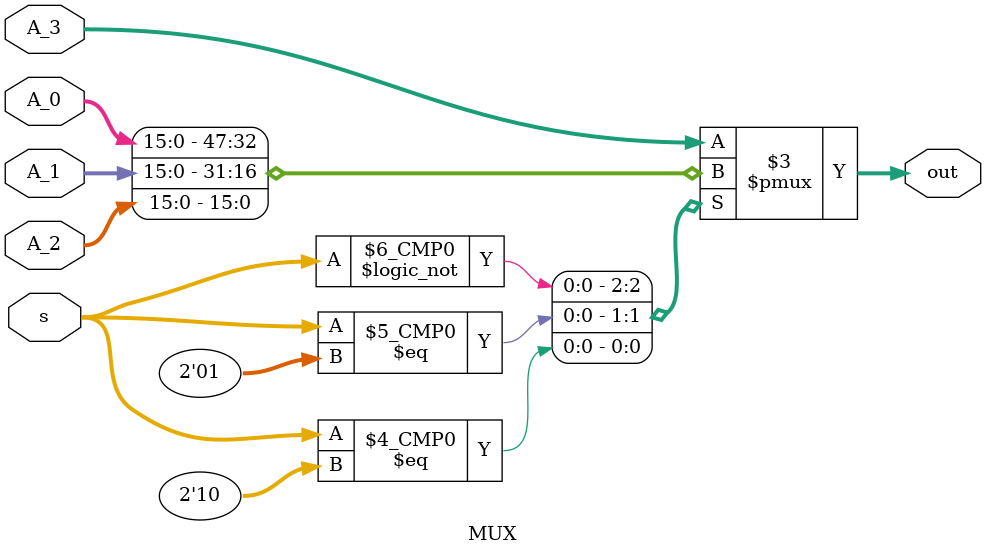
<source format=v>
`timescale 1ns / 1ps


module MUX(
input wire signed [15:0] A_0 ,
input wire signed [15:0] A_1 ,
input wire signed [15:0] A_2 ,
input wire signed [15:0] A_3 ,
input wire signed [1:0] s,
output reg signed [15:0] out
    );
always @(*) begin
    case(s)
3'd0 : out=A_0;
3'd1 : out=A_1;
3'd2 : out=A_2;
default : out=A_3;
endcase
end
endmodule

</source>
